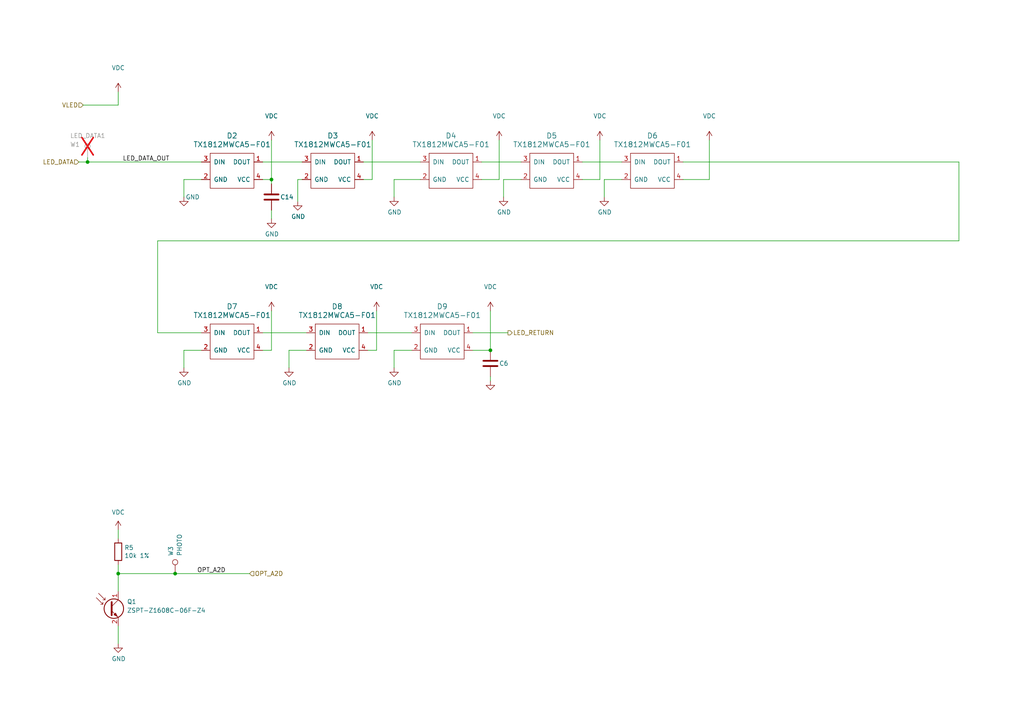
<source format=kicad_sch>
(kicad_sch (version 20250114) (generator "eeschema") (generator_version "9.0")
  (paper "A4")
  (title_block (title "Pixels D8V8 Schematic, Main") (date "2025-10-10") (rev "13") (company "Systemic Games, LLC"))
  (lib_symbols
    (symbol "Device:C" (pin_numbers (hide yes)) (pin_names (offset 0.254))
      (property "Reference" "C" (at 0.635 2.54 0))
      (property "Value" "C" (at 0.635 -2.54 0))
      (symbol "C_0_1"
        (polyline (pts (xy -2.032 0.762) (xy 2.032 0.762)) (stroke (width 0.508)))
        (polyline (pts (xy -2.032 -0.762) (xy 2.032 -0.762)) (stroke (width 0.508)))
      )
      (symbol "C_1_1"
        (pin passive line (at 0 3.81 270) (length 2.794) (name "~") (number "1"))
        (pin passive line (at 0 -3.81 90) (length 2.794) (name "~") (number "2"))
      )
    )
    (symbol "Device:Q_Photo_NPN" (pin_names (offset 0) (hide yes))
      (property "Reference" "Q" (at 5.08 1.27 0))
      (property "Value" "Q_Photo_NPN" (at 5.08 -1.27 0))
      (symbol "Q_Photo_NPN_0_1"
        (polyline (pts (xy -3.81 3.175) (xy -1.905 1.27) (xy -1.905 1.905)))
        (polyline (pts (xy -3.175 4.445) (xy -1.27 2.54) (xy -1.27 3.175)))
        (polyline (pts (xy -1.905 1.27) (xy -2.54 1.27)))
        (polyline (pts (xy -1.27 2.54) (xy -1.905 2.54)))
        (polyline (pts (xy 0.635 1.905) (xy 0.635 -1.905) (xy 0.635 -1.905)) (stroke (width 0.508)))
        (polyline (pts (xy 0.635 0.635) (xy 2.54 2.54)))
        (polyline (pts (xy 0.635 -0.635) (xy 2.54 -2.54) (xy 2.54 -2.54)))
        (circle (center 1.27 0) (radius 2.8194) (stroke (width 0.254)))
        (polyline (pts (xy 1.27 -1.778) (xy 1.778 -1.27) (xy 2.286 -2.286) (xy 1.27 -1.778) (xy 1.27 -1.778)) (fill (type outline)))
      )
      (symbol "Q_Photo_NPN_1_1"
        (pin passive line (at 2.54 5.08 270) (length 2.54) (name "C") (number "1"))
        (pin passive line (at 2.54 -5.08 90) (length 2.54) (name "E") (number "2"))
      )
    )
    (symbol "Device:R" (pin_numbers (hide yes)) (pin_names (offset 0))
      (property "Reference" "R" (at 2.032 0 90))
      (property "Value" "R" (at 0 0 90))
      (symbol "R_0_1"
        (rectangle (start -1.016 -2.54) (end 1.016 2.54) (stroke (width 0.254)))
      )
      (symbol "R_1_1"
        (pin passive line (at 0 3.81 270) (length 1.27) (name "~") (number "1"))
        (pin passive line (at 0 -3.81 90) (length 1.27) (name "~") (number "2"))
      )
    )
    (symbol "Pixels-dice:TEST_1P-conn" (pin_numbers (hide yes)) (pin_names (offset 0.762) (hide yes))
      (property "Reference" "W" (at 0 6.858 0))
      (property "Value" "TEST_1P-conn" (at 0 5.08 0))
      (symbol "TEST_1P-conn_0_1"
        (circle (center 0 3.302) (radius 0.762))
      )
      (symbol "TEST_1P-conn_1_1"
        (pin passive line (at 0 0 90) (length 2.54) (name "1") (number "1"))
      )
    )
    (symbol "Pixels-dice:TX1812MJA5" (pin_names (offset 1.016))
      (property "Reference" "D" (at 0 -6.35 0))
      (property "Value" "TX1812MJA5" (at 0 6.35 0))
      (symbol "TX1812MJA5_0_1"
        (rectangle (start -6.35 5.08) (end 6.35 -5.08))
      )
      (symbol "TX1812MJA5_1_1"
        (pin input line (at -8.89 2.54 0) (length 2.54) (name "DIN") (number "3"))
        (pin power_in line (at -8.89 -2.54 0) (length 2.54) (name "GND") (number "2"))
        (pin output line (at 8.89 2.54 180) (length 2.54) (name "DOUT") (number "1"))
        (pin power_in line (at 8.89 -2.54 180) (length 2.54) (name "VCC") (number "4"))
      )
    )
    (symbol "power:GND" (power) (pin_names (offset 0))
      (property "Value" "GND" (at 0 -3.81 0))
      (symbol "GND_0_1"
        (polyline (pts (xy 0 0) (xy 0 -1.27) (xy 1.27 -1.27) (xy 0 -2.54) (xy -1.27 -1.27) (xy 0 -1.27)))
      )
      (symbol "GND_1_1"
        (pin power_in line (at 0 0 270) (length 0) (hide yes) (name "GND") (number "1"))
      )
    )
    (symbol "power:VDC" (power) (pin_names (offset 0))
      (property "Value" "VDC" (at 0 6.35 0))
      (symbol "VDC_0_1"
        (polyline (pts (xy -0.762 1.27) (xy 0 2.54)))
        (polyline (pts (xy 0 2.54) (xy 0.762 1.27)))
        (polyline (pts (xy 0 0) (xy 0 2.54)))
      )
      (symbol "VDC_1_1"
        (pin power_in line (at 0 0 90) (length 0) (hide yes) (name "VDC") (number "1"))
      )
    )
  )
  (junction (at 25.4 46.99))
  (junction (at 34.29 166.37))
  (junction (at 50.8 166.37))
  (junction (at 78.74 52.07))
  (junction (at 142.24 101.6))
  (wire (pts (xy 168.91 46.99) (xy 180.34 46.99)))
  (wire (pts (xy 105.41 52.07) (xy 107.95 52.07)))
  (wire (pts (xy 105.41 46.99) (xy 121.92 46.99)))
  (wire (pts (xy 58.42 96.52) (xy 45.72 96.52)))
  (wire (pts (xy 278.13 69.85) (xy 45.72 69.85)))
  (wire (pts (xy 53.34 52.07) (xy 53.34 57.15)))
  (wire (pts (xy 76.2 96.52) (xy 88.9 96.52)))
  (wire (pts (xy 278.13 46.99) (xy 278.13 69.85)))
  (wire (pts (xy 175.26 52.07) (xy 175.26 57.15)))
  (wire (pts (xy 142.24 109.22) (xy 142.24 110.49)))
  (wire (pts (xy 205.74 40.64) (xy 205.74 52.07)))
  (wire (pts (xy 53.34 106.68) (xy 53.34 101.6)))
  (wire (pts (xy 78.74 90.17) (xy 78.74 101.6)))
  (wire (pts (xy 168.91 52.07) (xy 173.99 52.07)))
  (wire (pts (xy 114.3 52.07) (xy 114.3 57.15)))
  (wire (pts (xy 106.68 101.6) (xy 109.22 101.6)))
  (wire (pts (xy 198.12 52.07) (xy 205.74 52.07)))
  (wire (pts (xy 114.3 101.6) (xy 119.38 101.6)))
  (wire (pts (xy 25.4 45.72) (xy 25.4 46.99)))
  (wire (pts (xy 76.2 101.6) (xy 78.74 101.6)))
  (wire (pts (xy 53.34 52.07) (xy 58.42 52.07)))
  (wire (pts (xy 114.3 106.68) (xy 114.3 101.6)))
  (wire (pts (xy 45.72 69.85) (xy 45.72 96.52)))
  (wire (pts (xy 50.8 166.37) (xy 72.39 166.37)))
  (wire (pts (xy 34.29 30.48) (xy 34.29 26.67)))
  (wire (pts (xy 76.2 46.99) (xy 87.63 46.99)))
  (wire (pts (xy 139.7 52.07) (xy 144.78 52.07)))
  (wire (pts (xy 142.24 90.17) (xy 142.24 101.6)))
  (wire (pts (xy 109.22 90.17) (xy 109.22 101.6)))
  (wire (pts (xy 83.82 101.6) (xy 88.9 101.6)))
  (wire (pts (xy 25.4 46.99) (xy 58.42 46.99)))
  (wire (pts (xy 146.05 57.15) (xy 146.05 52.07)))
  (wire (pts (xy 107.95 40.64) (xy 107.95 52.07)))
  (wire (pts (xy 144.78 40.64) (xy 144.78 52.07)))
  (wire (pts (xy 137.16 101.6) (xy 142.24 101.6)))
  (wire (pts (xy 139.7 46.99) (xy 151.13 46.99)))
  (wire (pts (xy 86.36 52.07) (xy 87.63 52.07)))
  (wire (pts (xy 137.16 96.52) (xy 147.32 96.52)))
  (wire (pts (xy 34.29 163.83) (xy 34.29 166.37)))
  (wire (pts (xy 34.29 166.37) (xy 50.8 166.37)))
  (wire (pts (xy 106.68 96.52) (xy 119.38 96.52)))
  (wire (pts (xy 114.3 52.07) (xy 121.92 52.07)))
  (wire (pts (xy 175.26 52.07) (xy 180.34 52.07)))
  (wire (pts (xy 146.05 52.07) (xy 151.13 52.07)))
  (wire (pts (xy 78.74 63.5) (xy 78.74 60.96)))
  (wire (pts (xy 22.86 46.99) (xy 25.4 46.99)))
  (wire (pts (xy 76.2 52.07) (xy 78.74 52.07)))
  (wire (pts (xy 173.99 40.64) (xy 173.99 52.07)))
  (wire (pts (xy 78.74 52.07) (xy 78.74 53.34)))
  (wire (pts (xy 78.74 40.64) (xy 78.74 52.07)))
  (wire (pts (xy 198.12 46.99) (xy 278.13 46.99)))
  (wire (pts (xy 34.29 153.67) (xy 34.29 156.21)))
  (wire (pts (xy 24.13 30.48) (xy 34.29 30.48)))
  (wire (pts (xy 86.36 58.42) (xy 86.36 52.07)))
  (wire (pts (xy 34.29 181.61) (xy 34.29 186.69)))
  (wire (pts (xy 83.82 106.68) (xy 83.82 101.6)))
  (wire (pts (xy 34.29 166.37) (xy 34.29 171.45)))
  (wire (pts (xy 53.34 101.6) (xy 58.42 101.6)))
  (label "OPT_A2D" (at 57.15 166.37 0))
  (label "LED_DATA_OUT" (at 35.56 46.99 0))
  (hierarchical_label "OPT_A2D" (shape input) (at 72.39 166.37 0))
  (hierarchical_label "LED_DATA" (shape input) (at 22.86 46.99 180))
  (hierarchical_label "LED_RETURN" (shape output) (at 147.32 96.52 0))
  (hierarchical_label "VLED" (shape input) (at 24.13 30.48 180))
  (symbol (lib_id "Pixels-dice:TEST_1P-conn") (at 25.4 45.72 0) (unit 1) (in_bom no) (dnp yes)
    (property "Reference" "W1" (at 20.32 41.91 0) (effects (justify left)))
    (property "Value" "LED_DATA1" (at 20.32 39.37 0) (effects (justify left)))
    (property "Footprint" "Pixels-dice:TEST_PIN" (effects (hide yes)))
    (property "Generic OK" "N/A" (effects (hide yes)))
  )
  (symbol (lib_id "power:VDC") (at 34.29 26.67 0) (unit 1)
    (property "Reference" "#PWR02" (effects (hide yes)))
    (property "Value" "VDC" (at 34.29 19.685 0))
  )
  (symbol (lib_id "power:VDC") (at 78.74 40.64 0) (unit 1)
    (property "Reference" "#PWR037" (effects (hide yes)))
    (property "Value" "VDC" (at 78.74 33.655 0))
  )
  (symbol (lib_id "power:VDC") (at 107.95 40.64 0) (unit 1)
    (property "Reference" "#PWR064" (effects (hide yes)))
    (property "Value" "VDC" (at 107.95 33.655 0))
  )
  (symbol (lib_id "power:GND") (at 53.34 57.15 0) (unit 1)
    (property "Reference" "#PWR010" (effects (hide yes)))
    (property "Value" "GND" (at 55.88 57.15 0))
  )
  (symbol (lib_id "power:GND") (at 86.36 58.42 0) (unit 1)
    (property "Reference" "#PWR047" (effects (hide yes)))
    (property "Value" "GND" (at 86.487 62.8142 0))
  )
  (symbol (lib_id "power:VDC") (at 144.78 40.64 0) (unit 1)
    (property "Reference" "#PWR074" (effects (hide yes)))
    (property "Value" "VDC" (at 144.78 33.655 0))
  )
  (symbol (lib_id "power:VDC") (at 173.99 40.64 0) (unit 1)
    (property "Reference" "#PWR081" (effects (hide yes)))
    (property "Value" "VDC" (at 173.99 33.655 0))
  )
  (symbol (lib_id "power:GND") (at 114.3 57.15 0) (unit 1)
    (property "Reference" "#PWR066" (effects (hide yes)))
    (property "Value" "GND" (at 114.427 61.5442 0))
  )
  (symbol (lib_id "power:GND") (at 146.05 57.15 0) (unit 1)
    (property "Reference" "#PWR076" (effects (hide yes)))
    (property "Value" "GND" (at 146.177 61.5442 0))
  )
  (symbol (lib_id "power:VDC") (at 205.74 40.64 0) (unit 1)
    (property "Reference" "#PWR087" (effects (hide yes)))
    (property "Value" "VDC" (at 205.74 33.655 0))
  )
  (symbol (lib_id "power:VDC") (at 142.24 90.17 0) (unit 1)
    (property "Reference" "#PWR070" (effects (hide yes)))
    (property "Value" "VDC" (at 142.24 83.185 0))
  )
  (symbol (lib_id "power:GND") (at 53.34 106.68 0) (unit 1)
    (property "Reference" "#PWR015" (effects (hide yes)))
    (property "Value" "GND" (at 53.467 111.0742 0))
  )
  (symbol (lib_id "power:GND") (at 175.26 57.15 0) (unit 1)
    (property "Reference" "#PWR082" (effects (hide yes)))
    (property "Value" "GND" (at 175.387 61.5442 0))
  )
  (symbol (lib_id "Device:C") (at 142.24 105.41 0) (unit 1)
    (property "Reference" "C6" (at 144.78 105.41 0) (effects (justify left)))
    (property "Value" "0.1uF 10V 20%" (effects (hide yes)))
    (property "Footprint" "Capacitor_SMD:C_0201_0603Metric" (effects (hide yes)))
    (property "Generic OK" "YES" (effects (hide yes)))
    (property "Pixels Part Number" "SMD-C005" (effects (hide yes)))
    (property "Manufacturer" "Murata" (effects (hide yes)))
    (property "LCSC Part #" "C6119757" (effects (hide yes)))
    (property "Part Number" "CGA0201X5R104K100ET" (effects (hide yes)))
  )
  (symbol (lib_id "power:GND") (at 142.24 110.49 0) (unit 1)
    (property "Reference" "#PWR071" (effects (hide yes)))
    (property "Value" "GND" (effects (hide yes)))
  )
  (symbol (lib_id "Pixels-dice:TX1812MJA5") (at 128.27 99.06 0) (unit 1)
    (property "Reference" "D9" (at 128.27 88.9 0) (effects (font (size 1.524 1.524))))
    (property "Value" "TX1812MWCA5-F01" (at 128.27 91.44 0) (effects (font (size 1.524 1.524))))
    (property "Footprint" "Pixels-dice:TX1812MWCA5-F01" (effects (hide yes)))
    (property "Manufacturer" "TCWIN" (effects (hide yes)))
    (property "Part Number" "TX1812MWCA5-F01" (effects (hide yes)))
  )
  (symbol (lib_id "Device:R") (at 34.29 160.02 0) (unit 1)
    (property "Reference" "R5" (at 36.068 158.8516 0) (effects (justify left)))
    (property "Value" "10k 1%" (at 36.068 161.163 0) (effects (justify left)))
    (property "Footprint" "Resistor_SMD:R_0201_0603Metric" (effects (hide yes)))
    (property "Generic OK" "YES" (effects (hide yes)))
    (property "Manufacturer" "UNI-ROYAL(Uniroyal Elec)" (effects (hide yes)))
    (property "Part Number" "0201WMF1002TEE" (effects (hide yes)))
    (property "LCSC Part #" "C473048" (effects (hide yes)))
  )
  (symbol (lib_id "power:VDC") (at 34.29 153.67 0) (unit 1)
    (property "Reference" "#PWR072" (effects (hide yes)))
    (property "Value" "VDC" (at 34.29 148.59 0))
    (property "Description" "Power symbol creates a global label with name \"VDC\"" (effects (hide yes)))
  )
  (symbol (lib_id "Pixels-dice:TX1812MJA5") (at 96.52 49.53 0) (unit 1)
    (property "Reference" "D3" (at 96.52 39.37 0) (effects (font (size 1.524 1.524))))
    (property "Value" "TX1812MWCA5-F01" (at 96.52 41.91 0) (effects (font (size 1.524 1.524))))
    (property "Footprint" "Pixels-dice:TX1812MWCA5-F01" (effects (hide yes)))
    (property "Manufacturer" "TCWIN" (effects (hide yes)))
    (property "Part Number" "TX1812MWCA5-F01" (effects (hide yes)))
  )
  (symbol (lib_id "power:VDC") (at 109.22 90.17 0) (unit 1)
    (property "Reference" "#PWR065" (effects (hide yes)))
    (property "Value" "VDC" (at 109.22 83.185 0))
  )
  (symbol (lib_id "Device:C") (at 78.74 57.15 0) (unit 1)
    (property "Reference" "C14" (at 81.28 57.15 0) (effects (justify left)))
    (property "Value" "0.1uF 10V 20%" (effects (hide yes)))
    (property "Footprint" "Capacitor_SMD:C_0201_0603Metric" (effects (hide yes)))
    (property "Generic OK" "YES" (effects (hide yes)))
    (property "Pixels Part Number" "SMD-C005" (effects (hide yes)))
    (property "Manufacturer" "Murata" (effects (hide yes)))
    (property "LCSC Part #" "C6119757" (effects (hide yes)))
    (property "Part Number" "CGA0201X5R104K100ET" (effects (hide yes)))
  )
  (symbol (lib_id "Pixels-dice:TX1812MJA5") (at 67.31 49.53 0) (unit 1)
    (property "Reference" "D2" (at 67.31 39.37 0) (effects (font (size 1.524 1.524))))
    (property "Value" "TX1812MWCA5-F01" (at 67.31 41.91 0) (effects (font (size 1.524 1.524))))
    (property "Footprint" "Pixels-dice:TX1812MWCA5-F01" (effects (hide yes)))
    (property "Manufacturer" "TCWIN" (effects (hide yes)))
    (property "Part Number" "TX1812MWCA5-F01" (effects (hide yes)))
  )
  (symbol (lib_id "Pixels-dice:TEST_1P-conn") (at 50.8 166.37 0) (unit 1) (in_bom no)
    (property "Reference" "W3" (at 49.53 161.29 90) (effects (justify left)))
    (property "Value" "PHOTO" (at 52.07 161.29 90) (effects (justify left)))
    (property "Footprint" "Pixels-dice:TEST_PIN" (effects (hide yes)))
    (property "Generic OK" "N/A" (effects (hide yes)))
  )
  (symbol (lib_id "power:GND") (at 83.82 106.68 0) (unit 1)
    (property "Reference" "#PWR048" (effects (hide yes)))
    (property "Value" "GND" (at 83.947 111.0742 0))
  )
  (symbol (lib_id "Pixels-dice:TX1812MJA5") (at 130.81 49.53 0) (unit 1)
    (property "Reference" "D4" (at 130.81 39.37 0) (effects (font (size 1.524 1.524))))
    (property "Value" "TX1812MWCA5-F01" (at 130.81 41.91 0) (effects (font (size 1.524 1.524))))
    (property "Footprint" "Pixels-dice:TX1812MWCA5-F01" (effects (hide yes)))
    (property "Manufacturer" "TCWIN" (effects (hide yes)))
    (property "Part Number" "TX1812MWCA5-F01" (effects (hide yes)))
  )
  (symbol (lib_id "power:VDC") (at 78.74 90.17 0) (unit 1)
    (property "Reference" "#PWR046" (effects (hide yes)))
    (property "Value" "VDC" (at 78.74 83.185 0))
  )
  (symbol (lib_id "power:GND") (at 114.3 106.68 0) (unit 1)
    (property "Reference" "#PWR067" (effects (hide yes)))
    (property "Value" "GND" (at 114.427 111.0742 0))
  )
  (symbol (lib_id "Pixels-dice:TX1812MJA5") (at 67.31 99.06 0) (unit 1)
    (property "Reference" "D7" (at 67.31 88.9 0) (effects (font (size 1.524 1.524))))
    (property "Value" "TX1812MWCA5-F01" (at 67.31 91.44 0) (effects (font (size 1.524 1.524))))
    (property "Footprint" "Pixels-dice:TX1812MWCA5-F01" (effects (hide yes)))
    (property "Manufacturer" "TCWIN" (effects (hide yes)))
    (property "Part Number" "TX1812MWCA5-F01" (effects (hide yes)))
  )
  (symbol (lib_id "Pixels-dice:TX1812MJA5") (at 97.79 99.06 0) (unit 1)
    (property "Reference" "D8" (at 97.79 88.9 0) (effects (font (size 1.524 1.524))))
    (property "Value" "TX1812MWCA5-F01" (at 97.79 91.44 0) (effects (font (size 1.524 1.524))))
    (property "Footprint" "Pixels-dice:TX1812MWCA5-F01" (effects (hide yes)))
    (property "Manufacturer" "TCWIN" (effects (hide yes)))
    (property "Part Number" "TX1812MWCA5-F01" (effects (hide yes)))
  )
  (symbol (lib_id "power:GND") (at 78.74 63.5 0) (unit 1)
    (property "Reference" "#PWR04" (effects (hide yes)))
    (property "Value" "GND" (at 78.867 67.8942 0))
  )
  (symbol (lib_id "Device:Q_Photo_NPN") (at 31.75 176.53 0) (unit 1)
    (property "Reference" "Q1" (at 36.83 174.5106 0) (effects (justify left)))
    (property "Value" "ZSPT-Z1608C-06F-Z4" (at 36.83 177.0506 0) (effects (justify left)))
    (property "Footprint" "Diode_SMD:D_0603_1608Metric" (effects (hide yes)))
    (property "Description" "NPN phototransistor, collector/emitter" (effects (hide yes)))
    (property "Manufacturer" "Chau Light" (effects (hide yes)))
    (property "Part Number" "ZSPT-Z1608C-06F-Z4" (effects (hide yes)))
    (property "LCSC Part #" "C5337512" (effects (hide yes)))
  )
  (symbol (lib_id "Pixels-dice:TX1812MJA5") (at 160.02 49.53 0) (unit 1)
    (property "Reference" "D5" (at 160.02 39.37 0) (effects (font (size 1.524 1.524))))
    (property "Value" "TX1812MWCA5-F01" (at 160.02 41.91 0) (effects (font (size 1.524 1.524))))
    (property "Footprint" "Pixels-dice:TX1812MWCA5-F01" (effects (hide yes)))
    (property "Manufacturer" "TCWIN" (effects (hide yes)))
    (property "Part Number" "TX1812MWCA5-F01" (effects (hide yes)))
  )
  (symbol (lib_id "Pixels-dice:TX1812MJA5") (at 189.23 49.53 0) (unit 1)
    (property "Reference" "D6" (at 189.23 39.37 0) (effects (font (size 1.524 1.524))))
    (property "Value" "TX1812MWCA5-F01" (at 189.23 41.91 0) (effects (font (size 1.524 1.524))))
    (property "Footprint" "Pixels-dice:TX1812MWCA5-F01" (effects (hide yes)))
    (property "Manufacturer" "TCWIN" (effects (hide yes)))
    (property "Part Number" "TX1812MWCA5-F01" (effects (hide yes)))
  )
  (symbol (lib_id "power:GND") (at 34.29 186.69 0) (unit 1)
    (property "Reference" "#PWR073" (effects (hide yes)))
    (property "Value" "GND" (at 34.417 191.0842 0))
  )
)
</source>
